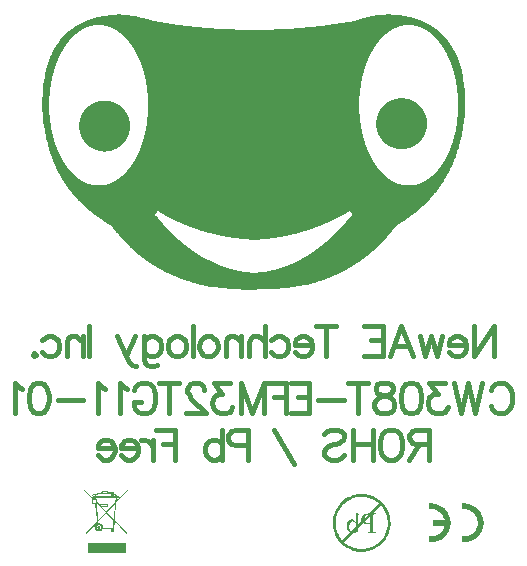
<source format=gbo>
G04*
G04 #@! TF.GenerationSoftware,Altium Limited,Altium Designer,18.1.7 (191)*
G04*
G04 Layer_Color=32896*
%FSLAX25Y25*%
%MOIN*%
G70*
G01*
G75*
%ADD44C,0.01500*%
G36*
X144562Y207793D02*
X148235D01*
Y207459D01*
X149905D01*
Y207126D01*
X151574D01*
Y206792D01*
X152576D01*
Y206458D01*
X153577D01*
Y206124D01*
X154579D01*
Y205790D01*
X155247D01*
Y205456D01*
X155915D01*
Y205122D01*
X156583D01*
Y204788D01*
X157250D01*
Y204454D01*
X157918D01*
Y204120D01*
X158252D01*
Y203787D01*
X158920D01*
Y203453D01*
X159254D01*
Y203119D01*
X159922D01*
Y202785D01*
X160256D01*
Y202451D01*
X160590D01*
Y202117D01*
X160923D01*
Y201783D01*
X161257D01*
Y201449D01*
X161591D01*
Y201115D01*
X161925D01*
Y200781D01*
X162259D01*
Y200448D01*
X162593D01*
Y200114D01*
X162927D01*
Y199780D01*
X163261D01*
Y199446D01*
X163595D01*
Y199112D01*
Y198778D01*
X163929D01*
Y198444D01*
X164262D01*
Y198110D01*
Y197776D01*
X164596D01*
Y197442D01*
X164930D01*
Y197108D01*
Y196774D01*
X165264D01*
Y196441D01*
Y196107D01*
X165598D01*
Y195773D01*
X165932D01*
Y195439D01*
Y195105D01*
X166266D01*
Y194771D01*
Y194437D01*
X166600D01*
Y194103D01*
Y193769D01*
X166934D01*
Y193435D01*
Y193102D01*
Y192768D01*
X167268D01*
Y192434D01*
Y192100D01*
Y191766D01*
X167602D01*
Y191432D01*
Y191098D01*
Y190764D01*
X167935D01*
Y190430D01*
Y190096D01*
Y189762D01*
X168269D01*
Y189429D01*
Y189095D01*
Y188761D01*
Y188427D01*
Y188093D01*
X168603D01*
Y187759D01*
Y187425D01*
Y187091D01*
Y186757D01*
Y186423D01*
Y186090D01*
Y185756D01*
Y185422D01*
X168937D01*
Y185088D01*
Y184754D01*
Y184420D01*
Y184086D01*
Y183752D01*
Y183418D01*
X169271D01*
Y183084D01*
Y182750D01*
Y182416D01*
Y182083D01*
Y181749D01*
Y181415D01*
Y181081D01*
Y180747D01*
Y180413D01*
Y180079D01*
Y179745D01*
Y179411D01*
Y179077D01*
Y178744D01*
Y178410D01*
Y178076D01*
Y177742D01*
Y177408D01*
Y177074D01*
Y176740D01*
Y176406D01*
Y176072D01*
Y175738D01*
Y175405D01*
Y175071D01*
Y174737D01*
Y174403D01*
Y174069D01*
Y173735D01*
Y173401D01*
X168937D01*
Y173067D01*
Y172733D01*
Y172399D01*
Y172065D01*
Y171731D01*
Y171398D01*
X168603D01*
Y171064D01*
Y170730D01*
Y170396D01*
Y170062D01*
Y169728D01*
Y169394D01*
Y169060D01*
X168269D01*
Y168726D01*
Y168392D01*
Y168059D01*
Y167725D01*
Y167391D01*
Y167057D01*
X167935D01*
Y166723D01*
Y166389D01*
Y166055D01*
X167602D01*
Y165721D01*
Y165387D01*
Y165053D01*
Y164719D01*
X167268D01*
Y164385D01*
Y164052D01*
Y163718D01*
Y163384D01*
Y163050D01*
X166934D01*
Y162716D01*
X166600D01*
Y162382D01*
Y162048D01*
Y161714D01*
Y161380D01*
X166266D01*
Y161047D01*
Y160713D01*
Y160379D01*
Y160045D01*
X165932D01*
Y159711D01*
X165598D01*
Y159377D01*
Y159043D01*
Y158709D01*
X165264D01*
Y158375D01*
Y158041D01*
Y157707D01*
X164930D01*
Y157373D01*
Y157040D01*
X164596D01*
Y156706D01*
X164262D01*
Y156372D01*
Y156038D01*
Y155704D01*
X163929D01*
Y155370D01*
Y155036D01*
X163595D01*
Y154702D01*
X163261D01*
Y154368D01*
Y154034D01*
X162927D01*
Y153700D01*
Y153367D01*
X162593D01*
Y153033D01*
X162259D01*
Y152699D01*
Y152365D01*
Y152031D01*
X161925D01*
Y151697D01*
X161591D01*
Y151363D01*
X161257D01*
Y151029D01*
Y150695D01*
X160923D01*
Y150361D01*
X160590D01*
Y150028D01*
Y149694D01*
X160256D01*
Y149360D01*
X159922D01*
Y149026D01*
Y148692D01*
X159588D01*
Y148358D01*
X158920D01*
Y148024D01*
Y147690D01*
X158586D01*
Y147356D01*
X158252D01*
Y147022D01*
X157918D01*
Y146688D01*
X157584D01*
Y146355D01*
Y146021D01*
X157250D01*
Y145687D01*
X156916D01*
Y145353D01*
X156583D01*
Y145019D01*
X156249D01*
Y144685D01*
X155915D01*
Y144351D01*
X155581D01*
Y144017D01*
X154913D01*
Y143683D01*
X154579D01*
Y143349D01*
X154245D01*
Y143016D01*
X153911D01*
Y142682D01*
X153577D01*
Y142348D01*
X153244D01*
Y142014D01*
X152910D01*
Y141680D01*
X152242D01*
Y141346D01*
X151908D01*
Y141012D01*
X151240D01*
Y140678D01*
X150906D01*
Y140344D01*
X150572D01*
Y140010D01*
X149905D01*
Y139676D01*
X149571D01*
Y139342D01*
X149237D01*
Y139009D01*
X148569D01*
Y138675D01*
X147901D01*
Y138341D01*
X147567D01*
Y138007D01*
X146899D01*
Y137673D01*
X146565D01*
Y137339D01*
X146231D01*
Y137005D01*
X145898D01*
Y136671D01*
X145564D01*
Y136337D01*
X145230D01*
Y136003D01*
X144896D01*
Y135670D01*
Y135336D01*
X144562D01*
Y135002D01*
X144228D01*
Y134668D01*
X143894D01*
Y134334D01*
X143560D01*
Y134000D01*
X143226D01*
Y133666D01*
Y133332D01*
X142892D01*
Y132998D01*
X142559D01*
Y132664D01*
X142225D01*
Y132331D01*
X141891D01*
Y131997D01*
X141557D01*
Y131663D01*
X141223D01*
Y131329D01*
X140889D01*
Y130995D01*
X140555D01*
Y130661D01*
X140221D01*
Y130327D01*
X139887D01*
Y129993D01*
X139553D01*
Y129659D01*
X139219D01*
Y129325D01*
X138885D01*
Y128991D01*
X138218D01*
Y128657D01*
X137884D01*
Y128324D01*
X137550D01*
Y127990D01*
X137216D01*
Y127656D01*
X136882D01*
Y127322D01*
X136214D01*
Y126988D01*
X135880D01*
Y126654D01*
X135547D01*
Y126320D01*
X134879D01*
Y125986D01*
X134545D01*
Y125652D01*
X134211D01*
Y125318D01*
X133543D01*
Y124985D01*
X132875D01*
Y124651D01*
X132541D01*
Y124317D01*
X131874D01*
Y123983D01*
X131540D01*
Y123649D01*
X130872D01*
Y123315D01*
X130204D01*
Y122981D01*
X129870D01*
Y122647D01*
X129202D01*
Y122313D01*
X128534D01*
Y121979D01*
X127867D01*
Y121645D01*
X127199D01*
Y121311D01*
X126531D01*
Y120978D01*
X125529D01*
Y120644D01*
X124861D01*
Y120310D01*
X124194D01*
Y119976D01*
X123192D01*
Y119642D01*
X122524D01*
Y119308D01*
X121522D01*
Y118974D01*
X120187D01*
Y118640D01*
X119519D01*
Y118306D01*
X118183D01*
Y117973D01*
X117182D01*
Y117639D01*
X114844D01*
Y117305D01*
X112841D01*
Y116971D01*
X110837D01*
Y116637D01*
X107498D01*
Y116303D01*
X99818D01*
Y115969D01*
X94476D01*
Y116303D01*
X89801D01*
Y116637D01*
X86796D01*
Y116971D01*
X83791D01*
Y117305D01*
X82455D01*
Y117639D01*
X80786D01*
Y117973D01*
X79784D01*
Y118306D01*
X78448D01*
Y118640D01*
X77781D01*
Y118974D01*
X76445D01*
Y119308D01*
X75443D01*
Y119642D01*
X74441D01*
Y119976D01*
X73774D01*
Y120310D01*
X73106D01*
Y120644D01*
X72104D01*
Y120978D01*
X71436D01*
Y121311D01*
X70768D01*
Y121645D01*
X69767D01*
Y121979D01*
X69099D01*
Y122313D01*
X68765D01*
Y122647D01*
X68097D01*
Y122981D01*
X67429D01*
Y123315D01*
X66762D01*
Y123649D01*
X66428D01*
Y123983D01*
X65760D01*
Y124317D01*
X65092D01*
Y124651D01*
X64758D01*
Y124985D01*
X64090D01*
Y125318D01*
X63756D01*
Y125652D01*
X63089D01*
Y125986D01*
X62755D01*
Y126320D01*
X62421D01*
Y126654D01*
X61753D01*
Y126988D01*
X61419D01*
Y127322D01*
X61085D01*
Y127656D01*
X60417D01*
Y127990D01*
X60084D01*
Y128324D01*
X59750D01*
Y128657D01*
X59416D01*
Y128991D01*
X59082D01*
Y129325D01*
X58748D01*
Y129659D01*
X58414D01*
Y129993D01*
X57746D01*
Y130327D01*
Y130661D01*
X57412D01*
Y130995D01*
X57078D01*
Y131329D01*
X56744D01*
Y131663D01*
X56410D01*
Y131997D01*
X56077D01*
Y132331D01*
X55743D01*
Y132664D01*
X55409D01*
Y132998D01*
X55075D01*
Y133332D01*
X54741D01*
Y133666D01*
X54407D01*
Y134000D01*
X54073D01*
Y134334D01*
Y134668D01*
X53739D01*
Y135002D01*
X53071D01*
Y135336D01*
Y135670D01*
X52737D01*
Y136003D01*
X52404D01*
Y136337D01*
X52070D01*
Y136671D01*
Y137005D01*
X51736D01*
Y137339D01*
X51402D01*
Y137673D01*
X50734D01*
Y138007D01*
X50066D01*
Y138341D01*
X49732D01*
Y138675D01*
X49065D01*
Y139009D01*
X48731D01*
Y139342D01*
X48397D01*
Y139676D01*
X47729D01*
Y140010D01*
X47395D01*
Y140344D01*
X46727D01*
Y140678D01*
X46393D01*
Y141012D01*
X45726D01*
Y141346D01*
X45392D01*
Y141680D01*
X45058D01*
Y142014D01*
X44724D01*
Y142348D01*
X44056D01*
Y142682D01*
X43722D01*
Y143016D01*
X43388D01*
Y143349D01*
X43054D01*
Y143683D01*
X42720D01*
Y144017D01*
X42386D01*
Y144351D01*
X42053D01*
Y144685D01*
X41719D01*
Y145019D01*
X41385D01*
Y145353D01*
X41051D01*
Y145687D01*
X40383D01*
Y146021D01*
Y146355D01*
X40049D01*
Y146688D01*
X39715D01*
Y147022D01*
X39381D01*
Y147356D01*
X39047D01*
Y147690D01*
X38713D01*
Y148024D01*
X38379D01*
Y148358D01*
Y148692D01*
X38046D01*
Y149026D01*
X37712D01*
Y149360D01*
X37378D01*
Y149694D01*
X37044D01*
Y150028D01*
Y150361D01*
X36710D01*
Y150695D01*
X36376D01*
Y151029D01*
Y151363D01*
X36042D01*
Y151697D01*
X35708D01*
Y152031D01*
Y152365D01*
X35374D01*
Y152699D01*
X35040D01*
Y153033D01*
Y153367D01*
X34707D01*
Y153700D01*
Y154034D01*
X34373D01*
Y154368D01*
Y154702D01*
X34039D01*
Y155036D01*
X33705D01*
Y155370D01*
Y155704D01*
X33371D01*
Y156038D01*
Y156372D01*
X33037D01*
Y156706D01*
Y157040D01*
Y157373D01*
X32703D01*
Y157707D01*
Y158041D01*
X32369D01*
Y158375D01*
Y158709D01*
X32035D01*
Y159043D01*
Y159377D01*
Y159711D01*
X31701D01*
Y160045D01*
Y160379D01*
Y160713D01*
X31367D01*
Y161047D01*
Y161380D01*
X31034D01*
Y161714D01*
Y162048D01*
Y162382D01*
X30700D01*
Y162716D01*
Y163050D01*
Y163384D01*
Y163718D01*
X30366D01*
Y164052D01*
Y164385D01*
Y164719D01*
Y165053D01*
Y165387D01*
X30032D01*
Y165721D01*
Y166055D01*
X29698D01*
Y166389D01*
Y166723D01*
Y167057D01*
Y167391D01*
Y167725D01*
Y168059D01*
X29364D01*
Y168392D01*
Y168726D01*
Y169060D01*
Y169394D01*
Y169728D01*
Y170062D01*
X29030D01*
Y170396D01*
Y170730D01*
Y171064D01*
Y171398D01*
X28696D01*
Y171731D01*
Y172065D01*
Y172399D01*
Y172733D01*
Y173067D01*
Y173401D01*
Y173735D01*
Y174069D01*
Y174403D01*
Y174737D01*
Y175071D01*
Y175405D01*
X28362D01*
Y175738D01*
Y176072D01*
Y176406D01*
Y176740D01*
Y177074D01*
Y177408D01*
Y177742D01*
Y178076D01*
Y178410D01*
Y178744D01*
Y179077D01*
Y179411D01*
Y179745D01*
Y180079D01*
Y180413D01*
X28696D01*
Y180747D01*
Y181081D01*
Y181415D01*
Y181749D01*
Y182083D01*
Y182416D01*
Y182750D01*
Y183084D01*
Y183418D01*
Y183752D01*
Y184086D01*
Y184420D01*
Y184754D01*
Y185088D01*
X29030D01*
Y185422D01*
Y185756D01*
Y186090D01*
Y186423D01*
X29364D01*
Y186757D01*
Y187091D01*
Y187425D01*
Y187759D01*
Y188093D01*
Y188427D01*
Y188761D01*
X29698D01*
Y189095D01*
Y189429D01*
Y189762D01*
Y190096D01*
X30032D01*
Y190430D01*
Y190764D01*
Y191098D01*
X30366D01*
Y191432D01*
Y191766D01*
Y192100D01*
X30700D01*
Y192434D01*
Y192768D01*
Y193102D01*
X31034D01*
Y193435D01*
Y193769D01*
Y194103D01*
X31367D01*
Y194437D01*
X31701D01*
Y194771D01*
Y195105D01*
Y195439D01*
X32035D01*
Y195773D01*
Y196107D01*
X32369D01*
Y196441D01*
Y196774D01*
X32703D01*
Y197108D01*
X33037D01*
Y197442D01*
Y197776D01*
X33371D01*
Y198110D01*
X33705D01*
Y198444D01*
X34039D01*
Y198778D01*
Y199112D01*
X34373D01*
Y199446D01*
Y199780D01*
X34707D01*
Y200114D01*
X35040D01*
Y200448D01*
X35374D01*
Y200781D01*
X35708D01*
Y201115D01*
X36042D01*
Y201449D01*
X36376D01*
Y201783D01*
X36710D01*
Y202117D01*
X37044D01*
Y202451D01*
X37712D01*
Y202785D01*
X38046D01*
Y203119D01*
X38713D01*
Y203453D01*
X39047D01*
Y203787D01*
X39381D01*
Y204120D01*
X40049D01*
Y204454D01*
X40717D01*
Y204788D01*
X41385D01*
Y205122D01*
X42053D01*
Y205456D01*
X42720D01*
Y205790D01*
X43388D01*
Y206124D01*
X44390D01*
Y206458D01*
X45392D01*
Y206792D01*
X46393D01*
Y207126D01*
X48063D01*
Y207459D01*
X50400D01*
Y207793D01*
X53405D01*
Y208127D01*
X54741D01*
Y207793D01*
X57746D01*
Y207459D01*
X60084D01*
Y207126D01*
X61085D01*
Y206792D01*
X62755D01*
Y206458D01*
X64090D01*
Y206124D01*
X65092D01*
Y205790D01*
X66762D01*
Y205456D01*
X68765D01*
Y205122D01*
X70768D01*
Y204788D01*
X72772D01*
Y204454D01*
X75443D01*
Y204120D01*
X78448D01*
Y203787D01*
X81787D01*
Y203453D01*
X85460D01*
Y203119D01*
X92472D01*
Y202785D01*
X105495D01*
Y203119D01*
X112173D01*
Y203453D01*
X115846D01*
Y203787D01*
X119519D01*
Y204120D01*
X122524D01*
Y204454D01*
X124528D01*
Y204788D01*
X126865D01*
Y205122D01*
X129202D01*
Y205456D01*
X131540D01*
Y205790D01*
X132875D01*
Y206124D01*
X133877D01*
Y206458D01*
X134879D01*
Y206792D01*
X136214D01*
Y207126D01*
X137550D01*
Y207459D01*
X139219D01*
Y207793D01*
X142892D01*
Y208127D01*
X144562D01*
Y207793D01*
D02*
G37*
G36*
X57000Y49210D02*
X53089Y45138D01*
X52974Y44027D01*
X52719Y41366D01*
X52534Y39445D01*
X56722Y35118D01*
X56445Y34840D01*
X52488Y38890D01*
X52256Y36414D01*
X52141D01*
Y35465D01*
X51261D01*
Y36414D01*
X48531D01*
X48438Y36229D01*
X48299Y36044D01*
X48114Y35835D01*
X47860Y35650D01*
X47559Y35558D01*
X47281Y35535D01*
X47003D01*
X46795Y35604D01*
X46541Y35697D01*
X46332Y35835D01*
X46170Y35997D01*
X46009Y36229D01*
X45893Y36483D01*
X45823Y36715D01*
X45800Y36923D01*
X45823Y37154D01*
X45870Y37339D01*
X45939Y37525D01*
X46032Y37710D01*
X46147Y37872D01*
X46309Y38034D01*
X46494Y38149D01*
X46656Y38219D01*
X46633Y38427D01*
X43162Y34840D01*
X42885Y35141D01*
X46587Y38982D01*
X46286Y42338D01*
X46078Y44767D01*
X44967D01*
Y46318D01*
X45268D01*
X42445Y49210D01*
X42746Y49488D01*
X45384Y46758D01*
Y46966D01*
X45337Y47012D01*
X45268Y47058D01*
X45199Y47128D01*
X45129Y47197D01*
X45083Y47313D01*
X45060Y47405D01*
X45037Y47521D01*
X45060Y47660D01*
X45106Y47752D01*
X45199Y47914D01*
X45314Y48007D01*
X45476Y48076D01*
X45638Y48100D01*
X45800Y48076D01*
X45939Y48030D01*
X46055Y47961D01*
X46101Y47891D01*
X46217Y47984D01*
X46379Y48100D01*
X46587Y48192D01*
X46888Y48308D01*
X47212Y48400D01*
X47536Y48470D01*
X47883Y48539D01*
X48160Y48562D01*
Y48910D01*
X50382D01*
Y48609D01*
X50567D01*
X50845Y48586D01*
X51146Y48539D01*
X51446Y48493D01*
Y48678D01*
X52395D01*
Y48238D01*
X52511Y48169D01*
X52673Y48100D01*
X52835Y48007D01*
X52974Y47914D01*
X53113Y47799D01*
X53205Y47706D01*
X53251Y47637D01*
X53298Y47544D01*
X53275Y47382D01*
X53830D01*
Y46665D01*
X53228D01*
X53136Y45762D01*
X56722Y49488D01*
X57000Y49210D01*
D02*
G37*
G36*
X56167Y31647D02*
Y31601D01*
Y31508D01*
Y31416D01*
Y31323D01*
Y31231D01*
Y31184D01*
Y31161D01*
Y30791D01*
Y30444D01*
Y30282D01*
Y30166D01*
Y30097D01*
Y30073D01*
Y29657D01*
Y29472D01*
Y29310D01*
Y29171D01*
Y29079D01*
Y29009D01*
Y28986D01*
Y28824D01*
Y28708D01*
Y28616D01*
Y28569D01*
Y28500D01*
X43509D01*
Y28523D01*
Y28569D01*
Y28754D01*
Y28916D01*
Y28963D01*
Y28986D01*
Y29356D01*
Y29703D01*
Y29865D01*
Y29981D01*
Y30050D01*
Y30073D01*
Y30490D01*
Y30675D01*
Y30837D01*
Y30976D01*
Y31069D01*
Y31138D01*
Y31161D01*
Y31323D01*
Y31462D01*
Y31554D01*
Y31601D01*
Y31647D01*
Y31670D01*
X56167D01*
Y31647D01*
D02*
G37*
G36*
X135568Y48061D02*
X136285Y47969D01*
X136956Y47830D01*
X137604Y47645D01*
X138206Y47437D01*
X138761Y47182D01*
X139294Y46928D01*
X139756Y46673D01*
X140196Y46395D01*
X140566Y46141D01*
X140890Y45910D01*
X141168Y45678D01*
X141399Y45493D01*
X141538Y45354D01*
X141654Y45262D01*
X141677Y45238D01*
X142163Y44683D01*
X142603Y44128D01*
X142996Y43549D01*
X143297Y42971D01*
X143574Y42392D01*
X143806Y41814D01*
X143991Y41282D01*
X144153Y40749D01*
X144269Y40263D01*
X144361Y39801D01*
X144407Y39407D01*
X144454Y39060D01*
X144477Y38782D01*
X144500Y38574D01*
Y38435D01*
Y38412D01*
Y38389D01*
X144477Y37648D01*
X144384Y36954D01*
X144246Y36260D01*
X144060Y35635D01*
X143852Y35034D01*
X143597Y34455D01*
X143343Y33946D01*
X143088Y33460D01*
X142834Y33044D01*
X142579Y32650D01*
X142325Y32326D01*
X142117Y32049D01*
X141931Y31840D01*
X141793Y31678D01*
X141700Y31563D01*
X141677Y31539D01*
X141145Y31054D01*
X140566Y30614D01*
X139988Y30221D01*
X139409Y29920D01*
X138831Y29642D01*
X138275Y29411D01*
X137720Y29226D01*
X137188Y29064D01*
X136702Y28948D01*
X136239Y28855D01*
X135846Y28809D01*
X135498Y28763D01*
X135221Y28740D01*
X135013Y28716D01*
X134827D01*
X134087Y28740D01*
X133393Y28832D01*
X132722Y28971D01*
X132074Y29156D01*
X131472Y29364D01*
X130917Y29619D01*
X130385Y29873D01*
X129922Y30128D01*
X129482Y30382D01*
X129112Y30637D01*
X128788Y30892D01*
X128510Y31100D01*
X128279Y31285D01*
X128140Y31424D01*
X128024Y31516D01*
X128001Y31539D01*
X127492Y32095D01*
X127052Y32650D01*
X126682Y33229D01*
X126358Y33807D01*
X126081Y34386D01*
X125849Y34964D01*
X125664Y35520D01*
X125502Y36029D01*
X125386Y36515D01*
X125294Y36977D01*
X125248Y37371D01*
X125201Y37718D01*
X125178Y37996D01*
X125155Y38204D01*
Y38343D01*
Y38389D01*
X125178Y39129D01*
X125271Y39824D01*
X125409Y40518D01*
X125595Y41143D01*
X125803Y41744D01*
X126057Y42323D01*
X126312Y42832D01*
X126567Y43318D01*
X126844Y43758D01*
X127099Y44128D01*
X127330Y44452D01*
X127561Y44729D01*
X127747Y44961D01*
X127885Y45100D01*
X127978Y45215D01*
X128001Y45238D01*
X128533Y45748D01*
X129112Y46187D01*
X129667Y46557D01*
X130269Y46881D01*
X130824Y47159D01*
X131403Y47390D01*
X131958Y47576D01*
X132467Y47738D01*
X132953Y47853D01*
X133416Y47946D01*
X133809Y47992D01*
X134156Y48038D01*
X134434Y48061D01*
X134642Y48085D01*
X134827D01*
X135568Y48061D01*
D02*
G37*
G36*
X169530Y44866D02*
X170016Y44820D01*
X170456Y44704D01*
X170895Y44588D01*
X171289Y44449D01*
X171682Y44287D01*
X172029Y44125D01*
X172330Y43940D01*
X172631Y43755D01*
X172885Y43593D01*
X173093Y43431D01*
X173279Y43292D01*
X173441Y43177D01*
X173533Y43084D01*
X173602Y43015D01*
X173626Y42992D01*
X173950Y42621D01*
X174250Y42251D01*
X174505Y41881D01*
X174713Y41487D01*
X174898Y41094D01*
X175037Y40724D01*
X175176Y40354D01*
X175269Y40006D01*
X175338Y39682D01*
X175407Y39382D01*
X175431Y39104D01*
X175477Y38873D01*
Y38688D01*
X175500Y38549D01*
Y38456D01*
Y38433D01*
X175477Y37947D01*
X175407Y37484D01*
X175315Y37021D01*
X175199Y36605D01*
X175060Y36188D01*
X174898Y35818D01*
X174736Y35471D01*
X174551Y35147D01*
X174389Y34869D01*
X174227Y34615D01*
X174065Y34407D01*
X173926Y34221D01*
X173788Y34060D01*
X173695Y33967D01*
X173649Y33898D01*
X173626Y33874D01*
X173255Y33550D01*
X172885Y33250D01*
X172492Y32995D01*
X172098Y32787D01*
X171728Y32602D01*
X171335Y32463D01*
X170965Y32324D01*
X170617Y32231D01*
X170293Y32162D01*
X169993Y32093D01*
X169715Y32069D01*
X169484Y32023D01*
X169299D01*
X169160Y32000D01*
X168813D01*
X168604Y32023D01*
X168396D01*
Y33967D01*
X168627Y33944D01*
X168836Y33921D01*
X169044D01*
X169391Y33944D01*
X169715Y33967D01*
X170039Y34036D01*
X170340Y34129D01*
X170872Y34337D01*
X171335Y34592D01*
X171543Y34707D01*
X171728Y34823D01*
X171867Y34939D01*
X172006Y35031D01*
X172098Y35124D01*
X172168Y35193D01*
X172214Y35217D01*
X172237Y35240D01*
X172469Y35494D01*
X172677Y35772D01*
X172839Y36026D01*
X173001Y36304D01*
X173117Y36582D01*
X173232Y36836D01*
X173394Y37345D01*
X173487Y37785D01*
X173510Y37970D01*
X173533Y38132D01*
X173556Y38248D01*
Y38340D01*
Y38410D01*
Y38433D01*
X173533Y38780D01*
X173510Y39104D01*
X173441Y39428D01*
X173348Y39729D01*
X173140Y40261D01*
X172885Y40724D01*
X172769Y40932D01*
X172654Y41117D01*
X172538Y41256D01*
X172445Y41395D01*
X172353Y41487D01*
X172283Y41557D01*
X172260Y41603D01*
X172237Y41626D01*
X171983Y41858D01*
X171728Y42066D01*
X171450Y42251D01*
X171173Y42413D01*
X170918Y42529D01*
X170641Y42644D01*
X170155Y42806D01*
X169715Y42899D01*
X169507Y42922D01*
X169368Y42945D01*
X169229Y42968D01*
X168813D01*
X168604Y42945D01*
X168442Y42922D01*
X168396D01*
Y44866D01*
X168604Y44889D01*
X169044D01*
X169530Y44866D01*
D02*
G37*
G36*
X158562D02*
X159047Y44820D01*
X159487Y44704D01*
X159927Y44588D01*
X160320Y44449D01*
X160714Y44287D01*
X161061Y44125D01*
X161362Y43940D01*
X161662Y43755D01*
X161917Y43593D01*
X162125Y43431D01*
X162310Y43292D01*
X162472Y43177D01*
X162565Y43084D01*
X162634Y43015D01*
X162657Y42992D01*
X162981Y42621D01*
X163282Y42251D01*
X163537Y41881D01*
X163745Y41487D01*
X163930Y41094D01*
X164069Y40724D01*
X164208Y40354D01*
X164300Y40006D01*
X164370Y39682D01*
X164439Y39382D01*
X164462Y39104D01*
X164508Y38873D01*
Y38688D01*
X164532Y38549D01*
Y38456D01*
Y38433D01*
X164508Y37947D01*
X164439Y37484D01*
X164347Y37021D01*
X164231Y36605D01*
X164092Y36188D01*
X163930Y35818D01*
X163768Y35471D01*
X163583Y35147D01*
X163421Y34869D01*
X163259Y34615D01*
X163097Y34407D01*
X162958Y34221D01*
X162819Y34060D01*
X162727Y33967D01*
X162680Y33898D01*
X162657Y33874D01*
X162287Y33550D01*
X161917Y33250D01*
X161523Y32995D01*
X161130Y32787D01*
X160760Y32602D01*
X160366Y32463D01*
X159996Y32324D01*
X159649Y32231D01*
X159325Y32162D01*
X159024Y32093D01*
X158747Y32069D01*
X158515Y32023D01*
X158330D01*
X158191Y32000D01*
X157844D01*
X157636Y32023D01*
X157428D01*
X157451Y33967D01*
X157659Y33944D01*
X157867Y33921D01*
X158076D01*
X158376Y33944D01*
X158654Y33967D01*
X159186Y34083D01*
X159672Y34245D01*
X160089Y34430D01*
X160436Y34592D01*
X160575Y34684D01*
X160690Y34754D01*
X160806Y34823D01*
X160875Y34869D01*
X160899Y34916D01*
X160922D01*
X161338Y35309D01*
X161685Y35749D01*
X161963Y36165D01*
X162171Y36582D01*
X162310Y36929D01*
X162380Y37091D01*
X162426Y37230D01*
X162449Y37322D01*
X162472Y37415D01*
X162495Y37461D01*
Y37484D01*
X158723D01*
Y39405D01*
X162495D01*
X162333Y39960D01*
X162102Y40469D01*
X161847Y40909D01*
X161593Y41279D01*
X161338Y41580D01*
X161130Y41788D01*
X160968Y41927D01*
X160945Y41973D01*
X160922D01*
X160690Y42158D01*
X160436Y42297D01*
X159950Y42552D01*
X159464Y42737D01*
X159024Y42853D01*
X158654Y42922D01*
X158492Y42945D01*
X158353D01*
X158238Y42968D01*
X157844D01*
X157636Y42945D01*
X157474Y42922D01*
X157428D01*
Y44866D01*
X157682Y44889D01*
X158076D01*
X158562Y44866D01*
D02*
G37*
%LPC*%
G36*
X152242Y204454D02*
X148569D01*
Y204120D01*
X147233D01*
Y203787D01*
X146565D01*
Y203453D01*
X145564D01*
Y203119D01*
X144896D01*
Y202785D01*
X144562D01*
Y202451D01*
X143894D01*
Y202117D01*
X143560D01*
Y201783D01*
X143226D01*
Y201449D01*
X142559D01*
Y201115D01*
X142225D01*
Y200781D01*
X141891D01*
Y200448D01*
X141557D01*
Y200114D01*
X141223D01*
Y199780D01*
X140889D01*
Y199446D01*
X140555D01*
Y199112D01*
Y198778D01*
X140221D01*
Y198444D01*
X139887D01*
Y198110D01*
X139553D01*
Y197776D01*
Y197442D01*
X139219D01*
Y197108D01*
X138885D01*
Y196774D01*
Y196441D01*
X138552D01*
Y196107D01*
Y195773D01*
X138218D01*
Y195439D01*
X137884D01*
Y195105D01*
Y194771D01*
X137550D01*
Y194437D01*
Y194103D01*
X137216D01*
Y193769D01*
Y193435D01*
X136882D01*
Y193102D01*
Y192768D01*
Y192434D01*
X136548D01*
Y192100D01*
Y191766D01*
X136214D01*
Y191432D01*
Y191098D01*
Y190764D01*
X135880D01*
Y190430D01*
Y190096D01*
Y189762D01*
X135547D01*
Y189429D01*
Y189095D01*
Y188761D01*
Y188427D01*
X135213D01*
Y188093D01*
Y187759D01*
Y187425D01*
X134879D01*
Y187091D01*
Y186757D01*
Y186423D01*
Y186090D01*
Y185756D01*
X134545D01*
Y185422D01*
Y185088D01*
Y184754D01*
Y184420D01*
Y184086D01*
Y183752D01*
Y183418D01*
X134211D01*
Y183084D01*
Y182750D01*
Y182416D01*
Y182083D01*
Y181749D01*
Y181415D01*
Y181081D01*
Y180747D01*
X133877D01*
Y180413D01*
Y180079D01*
Y179745D01*
Y179411D01*
Y179077D01*
Y178744D01*
Y178410D01*
Y178076D01*
Y177742D01*
Y177408D01*
Y177074D01*
Y176740D01*
Y176406D01*
Y176072D01*
Y175738D01*
Y175405D01*
Y175071D01*
Y174737D01*
X134211D01*
Y174403D01*
Y174069D01*
Y173735D01*
Y173401D01*
Y173067D01*
Y172733D01*
Y172399D01*
Y172065D01*
Y171731D01*
X134545D01*
Y171398D01*
Y171064D01*
Y170730D01*
Y170396D01*
Y170062D01*
Y169728D01*
X134879D01*
Y169394D01*
Y169060D01*
Y168726D01*
Y168392D01*
Y168059D01*
X135213D01*
Y167725D01*
Y167391D01*
Y167057D01*
Y166723D01*
X135547D01*
Y166389D01*
Y166055D01*
Y165721D01*
X135880D01*
Y165387D01*
Y165053D01*
Y164719D01*
Y164385D01*
X136214D01*
Y164052D01*
Y163718D01*
X136548D01*
Y163384D01*
Y163050D01*
Y162716D01*
X136882D01*
Y162382D01*
Y162048D01*
X137216D01*
Y161714D01*
Y161380D01*
X137550D01*
Y161047D01*
Y160713D01*
X137884D01*
Y160379D01*
Y160045D01*
X138218D01*
Y159711D01*
Y159377D01*
X138552D01*
Y159043D01*
Y158709D01*
X138885D01*
Y158375D01*
X139219D01*
Y158041D01*
Y157707D01*
X139553D01*
Y157373D01*
X139887D01*
Y157040D01*
Y156706D01*
X140221D01*
Y156372D01*
X140555D01*
Y156038D01*
X140889D01*
Y155704D01*
X141223D01*
Y155370D01*
X141557D01*
Y155036D01*
X141891D01*
Y154702D01*
X142225D01*
Y154368D01*
X142559D01*
Y154034D01*
X142892D01*
Y153700D01*
X143226D01*
Y153367D01*
X143560D01*
Y153033D01*
X144228D01*
Y152699D01*
X144562D01*
Y152365D01*
X145230D01*
Y152031D01*
X145898D01*
Y151697D01*
X146565D01*
Y151363D01*
X147901D01*
Y151029D01*
X153244D01*
Y151363D01*
X154245D01*
Y151697D01*
X154913D01*
Y152031D01*
X155581D01*
Y152365D01*
X156249D01*
Y152699D01*
X156583D01*
Y153033D01*
X157250D01*
Y153367D01*
X157584D01*
Y153700D01*
X157918D01*
Y154034D01*
X158586D01*
Y154368D01*
X158920D01*
Y154702D01*
X159254D01*
Y155036D01*
X159588D01*
Y155370D01*
X159922D01*
Y155704D01*
X160256D01*
Y156038D01*
Y156372D01*
X160590D01*
Y156706D01*
X160923D01*
Y157040D01*
X161257D01*
Y157373D01*
Y157707D01*
X161591D01*
Y158041D01*
X161925D01*
Y158375D01*
Y158709D01*
X162259D01*
Y159043D01*
X162593D01*
Y159377D01*
Y159711D01*
X162927D01*
Y160045D01*
Y160379D01*
X163261D01*
Y160713D01*
Y161047D01*
X163595D01*
Y161380D01*
Y161714D01*
X163929D01*
Y162048D01*
Y162382D01*
X164262D01*
Y162716D01*
Y163050D01*
Y163384D01*
X164596D01*
Y163718D01*
Y164052D01*
Y164385D01*
X164930D01*
Y164719D01*
Y165053D01*
X165264D01*
Y165387D01*
Y165721D01*
Y166055D01*
Y166389D01*
X165598D01*
Y166723D01*
Y167057D01*
Y167391D01*
Y167725D01*
X165932D01*
Y168059D01*
Y168392D01*
Y168726D01*
X166266D01*
Y169060D01*
Y169394D01*
Y169728D01*
Y170062D01*
Y170396D01*
Y170730D01*
X166600D01*
Y171064D01*
Y171398D01*
Y171731D01*
Y172065D01*
Y172399D01*
Y172733D01*
Y173067D01*
Y173401D01*
Y173735D01*
X166934D01*
Y174069D01*
Y174403D01*
Y174737D01*
Y175071D01*
Y175405D01*
Y175738D01*
Y176072D01*
Y176406D01*
Y176740D01*
Y177074D01*
Y177408D01*
Y177742D01*
Y178076D01*
Y178410D01*
Y178744D01*
Y179077D01*
Y179411D01*
Y179745D01*
Y180079D01*
Y180413D01*
Y180747D01*
Y181081D01*
Y181415D01*
Y181749D01*
X166600D01*
Y182083D01*
Y182416D01*
Y182750D01*
Y183084D01*
Y183418D01*
Y183752D01*
Y184086D01*
Y184420D01*
X166266D01*
Y184754D01*
Y185088D01*
Y185422D01*
Y185756D01*
Y186090D01*
Y186423D01*
X165932D01*
Y186757D01*
Y187091D01*
Y187425D01*
Y187759D01*
X165598D01*
Y188093D01*
Y188427D01*
Y188761D01*
Y189095D01*
X165264D01*
Y189429D01*
Y189762D01*
Y190096D01*
X164930D01*
Y190430D01*
Y190764D01*
Y191098D01*
X164596D01*
Y191432D01*
Y191766D01*
Y192100D01*
X164262D01*
Y192434D01*
Y192768D01*
X163929D01*
Y193102D01*
Y193435D01*
X163595D01*
Y193769D01*
Y194103D01*
X163261D01*
Y194437D01*
Y194771D01*
Y195105D01*
X162927D01*
Y195439D01*
X162593D01*
Y195773D01*
Y196107D01*
X162259D01*
Y196441D01*
Y196774D01*
X161925D01*
Y197108D01*
X161591D01*
Y197442D01*
Y197776D01*
X161257D01*
Y198110D01*
X160923D01*
Y198444D01*
X160590D01*
Y198778D01*
Y199112D01*
X160256D01*
Y199446D01*
X159922D01*
Y199780D01*
X159588D01*
Y200114D01*
X159254D01*
Y200448D01*
X158920D01*
Y200781D01*
X158586D01*
Y201115D01*
X158252D01*
Y201449D01*
X157918D01*
Y201783D01*
X157584D01*
Y202117D01*
X156916D01*
Y202451D01*
X156583D01*
Y202785D01*
X155915D01*
Y203119D01*
X155247D01*
Y203453D01*
X154579D01*
Y203787D01*
X153577D01*
Y204120D01*
X152242D01*
Y204454D01*
D02*
G37*
G36*
X49065D02*
X45392D01*
Y204120D01*
X44056D01*
Y203787D01*
X43054D01*
Y203453D01*
X42386D01*
Y203119D01*
X41719D01*
Y202785D01*
X41385D01*
Y202451D01*
X40717D01*
Y202117D01*
X40383D01*
Y201783D01*
X40049D01*
Y201449D01*
X39381D01*
Y201115D01*
X39047D01*
Y200781D01*
X38713D01*
Y200448D01*
X38379D01*
Y200114D01*
X38046D01*
Y199780D01*
X37712D01*
Y199446D01*
X37378D01*
Y199112D01*
Y198778D01*
X37044D01*
Y198444D01*
X36710D01*
Y198110D01*
X36376D01*
Y197776D01*
Y197442D01*
X36042D01*
Y197108D01*
X35708D01*
Y196774D01*
Y196441D01*
X35374D01*
Y196107D01*
Y195773D01*
X35040D01*
Y195439D01*
X34707D01*
Y195105D01*
Y194771D01*
X34373D01*
Y194437D01*
Y194103D01*
X34039D01*
Y193769D01*
Y193435D01*
X33705D01*
Y193102D01*
Y192768D01*
Y192434D01*
X33371D01*
Y192100D01*
Y191766D01*
X33037D01*
Y191432D01*
Y191098D01*
Y190764D01*
X32703D01*
Y190430D01*
Y190096D01*
Y189762D01*
X32369D01*
Y189429D01*
Y189095D01*
Y188761D01*
Y188427D01*
X32035D01*
Y188093D01*
Y187759D01*
Y187425D01*
X31701D01*
Y187091D01*
Y186757D01*
Y186423D01*
Y186090D01*
Y185756D01*
X31367D01*
Y185422D01*
Y185088D01*
Y184754D01*
Y184420D01*
Y184086D01*
Y183752D01*
X31034D01*
Y183418D01*
Y183084D01*
Y182750D01*
Y182416D01*
Y182083D01*
Y181749D01*
Y181415D01*
Y181081D01*
Y180747D01*
X30700D01*
Y180413D01*
Y180079D01*
Y179745D01*
Y179411D01*
Y179077D01*
Y178744D01*
Y178410D01*
Y178076D01*
Y177742D01*
Y177408D01*
Y177074D01*
Y176740D01*
Y176406D01*
Y176072D01*
Y175738D01*
Y175405D01*
Y175071D01*
Y174737D01*
Y174403D01*
X31034D01*
Y174069D01*
Y173735D01*
Y173401D01*
Y173067D01*
Y172733D01*
Y172399D01*
Y172065D01*
Y171731D01*
X31367D01*
Y171398D01*
Y171064D01*
Y170730D01*
Y170396D01*
Y170062D01*
Y169728D01*
Y169394D01*
X31701D01*
Y169060D01*
Y168726D01*
Y168392D01*
Y168059D01*
X32035D01*
Y167725D01*
Y167391D01*
Y167057D01*
Y166723D01*
X32369D01*
Y166389D01*
Y166055D01*
Y165721D01*
Y165387D01*
X32703D01*
Y165053D01*
Y164719D01*
Y164385D01*
X33037D01*
Y164052D01*
Y163718D01*
X33371D01*
Y163384D01*
Y163050D01*
Y162716D01*
X33705D01*
Y162382D01*
Y162048D01*
X34039D01*
Y161714D01*
Y161380D01*
X34373D01*
Y161047D01*
Y160713D01*
X34707D01*
Y160379D01*
Y160045D01*
X35040D01*
Y159711D01*
Y159377D01*
X35374D01*
Y159043D01*
Y158709D01*
X35708D01*
Y158375D01*
X36042D01*
Y158041D01*
Y157707D01*
X36376D01*
Y157373D01*
X36710D01*
Y157040D01*
Y156706D01*
X37044D01*
Y156372D01*
X37378D01*
Y156038D01*
X37712D01*
Y155704D01*
X38046D01*
Y155370D01*
X38379D01*
Y155036D01*
X38713D01*
Y154702D01*
X39047D01*
Y154368D01*
X39381D01*
Y154034D01*
X39715D01*
Y153700D01*
X40049D01*
Y153367D01*
X40383D01*
Y153033D01*
X41051D01*
Y152699D01*
X41385D01*
Y152365D01*
X42053D01*
Y152031D01*
X42720D01*
Y151697D01*
X43388D01*
Y151363D01*
X44724D01*
Y151029D01*
X50066D01*
Y151363D01*
X51068D01*
Y151697D01*
X51736D01*
Y152031D01*
X52404D01*
Y152365D01*
X53071D01*
Y152699D01*
X53405D01*
Y153033D01*
X54073D01*
Y153367D01*
X54407D01*
Y153700D01*
X54741D01*
Y154034D01*
X55409D01*
Y154368D01*
X55743D01*
Y154702D01*
X56077D01*
Y155036D01*
X56410D01*
Y155370D01*
X56744D01*
Y155704D01*
Y156038D01*
X57078D01*
Y156372D01*
X57412D01*
Y156706D01*
X57746D01*
Y157040D01*
X58080D01*
Y157373D01*
Y157707D01*
X58414D01*
Y158041D01*
X58748D01*
Y158375D01*
Y158709D01*
X59082D01*
Y159043D01*
X59416D01*
Y159377D01*
Y159711D01*
X59750D01*
Y160045D01*
Y160379D01*
X60084D01*
Y160713D01*
Y161047D01*
X60417D01*
Y161380D01*
Y161714D01*
X60751D01*
Y162048D01*
Y162382D01*
X61085D01*
Y162716D01*
Y163050D01*
Y163384D01*
X61419D01*
Y163718D01*
Y164052D01*
Y164385D01*
X61753D01*
Y164719D01*
Y165053D01*
Y165387D01*
X62087D01*
Y165721D01*
Y166055D01*
Y166389D01*
X62421D01*
Y166723D01*
Y167057D01*
Y167391D01*
Y167725D01*
X62755D01*
Y168059D01*
Y168392D01*
Y168726D01*
Y169060D01*
X63089D01*
Y169394D01*
Y169728D01*
Y170062D01*
Y170396D01*
Y170730D01*
X63423D01*
Y171064D01*
Y171398D01*
Y171731D01*
Y172065D01*
Y172399D01*
Y172733D01*
Y173067D01*
Y173401D01*
Y173735D01*
X63756D01*
Y174069D01*
Y174403D01*
Y174737D01*
Y175071D01*
Y175405D01*
Y175738D01*
Y176072D01*
Y176406D01*
Y176740D01*
Y177074D01*
Y177408D01*
Y177742D01*
Y178076D01*
Y178410D01*
Y178744D01*
Y179077D01*
Y179411D01*
Y179745D01*
Y180079D01*
Y180413D01*
Y180747D01*
Y181081D01*
Y181415D01*
Y181749D01*
X63423D01*
Y182083D01*
Y182416D01*
Y182750D01*
Y183084D01*
Y183418D01*
Y183752D01*
Y184086D01*
Y184420D01*
X63089D01*
Y184754D01*
Y185088D01*
Y185422D01*
Y185756D01*
Y186090D01*
Y186423D01*
X62755D01*
Y186757D01*
Y187091D01*
Y187425D01*
Y187759D01*
X62421D01*
Y188093D01*
Y188427D01*
Y188761D01*
Y189095D01*
X62087D01*
Y189429D01*
Y189762D01*
Y190096D01*
X61753D01*
Y190430D01*
Y190764D01*
Y191098D01*
X61419D01*
Y191432D01*
Y191766D01*
Y192100D01*
X61085D01*
Y192434D01*
Y192768D01*
X60751D01*
Y193102D01*
Y193435D01*
X60417D01*
Y193769D01*
Y194103D01*
X60084D01*
Y194437D01*
Y194771D01*
X59750D01*
Y195105D01*
Y195439D01*
X59416D01*
Y195773D01*
Y196107D01*
X59082D01*
Y196441D01*
Y196774D01*
X58748D01*
Y197108D01*
X58414D01*
Y197442D01*
Y197776D01*
X58080D01*
Y198110D01*
X57746D01*
Y198444D01*
X57412D01*
Y198778D01*
Y199112D01*
X57078D01*
Y199446D01*
X56744D01*
Y199780D01*
X56410D01*
Y200114D01*
X56077D01*
Y200448D01*
X55743D01*
Y200781D01*
X55409D01*
Y201115D01*
X55075D01*
Y201449D01*
X54741D01*
Y201783D01*
X54073D01*
Y202117D01*
X53739D01*
Y202451D01*
X53405D01*
Y202785D01*
X52737D01*
Y203119D01*
X52070D01*
Y203453D01*
X51402D01*
Y203787D01*
X50400D01*
Y204120D01*
X49065D01*
Y204454D01*
D02*
G37*
G36*
X130872Y142348D02*
X130538D01*
Y142014D01*
X129870D01*
Y141680D01*
X129536D01*
Y141346D01*
X128868D01*
Y141012D01*
X128200D01*
Y140678D01*
X127533D01*
Y140344D01*
X126865D01*
Y140010D01*
X126197D01*
Y139676D01*
X125529D01*
Y139342D01*
X124861D01*
Y139009D01*
X124194D01*
Y138675D01*
X123526D01*
Y138341D01*
X122524D01*
Y138007D01*
X121856D01*
Y137673D01*
X121188D01*
Y137339D01*
X120187D01*
Y137005D01*
X119185D01*
Y136671D01*
X118517D01*
Y136337D01*
X117516D01*
Y136003D01*
X116514D01*
Y135670D01*
X115178D01*
Y135336D01*
X114176D01*
Y135002D01*
X113175D01*
Y134668D01*
X111505D01*
Y134334D01*
X110169D01*
Y134000D01*
X108500D01*
Y133666D01*
X106497D01*
Y133332D01*
X104159D01*
Y132998D01*
X100820D01*
Y132664D01*
X97147D01*
Y132998D01*
X93808D01*
Y133332D01*
X91137D01*
Y133666D01*
X89133D01*
Y134000D01*
X87464D01*
Y134334D01*
X86128D01*
Y134668D01*
X84793D01*
Y135002D01*
X83457D01*
Y135336D01*
X82455D01*
Y135670D01*
X81120D01*
Y136003D01*
X80452D01*
Y136337D01*
X79450D01*
Y136671D01*
X78448D01*
Y137005D01*
X77447D01*
Y137339D01*
X76779D01*
Y137673D01*
X75777D01*
Y138007D01*
X75109D01*
Y138341D01*
X74441D01*
Y138675D01*
X73440D01*
Y139009D01*
X72772D01*
Y139342D01*
X72104D01*
Y139676D01*
X71436D01*
Y140010D01*
X70768D01*
Y140344D01*
X70101D01*
Y140678D01*
X69433D01*
Y141012D01*
X69099D01*
Y141346D01*
X68431D01*
Y141680D01*
X67763D01*
Y142014D01*
X67429D01*
Y142348D01*
X66762D01*
Y142014D01*
Y141680D01*
X66428D01*
Y141346D01*
X66094D01*
Y141012D01*
Y140678D01*
X66762D01*
Y140344D01*
X67096D01*
Y140010D01*
Y139676D01*
X67429D01*
Y139342D01*
X67763D01*
Y139009D01*
X68097D01*
Y138675D01*
X68431D01*
Y138341D01*
X68765D01*
Y138007D01*
Y137673D01*
X69099D01*
Y137339D01*
X69433D01*
Y137005D01*
X69767D01*
Y136671D01*
X70101D01*
Y136337D01*
X70435D01*
Y136003D01*
X70768D01*
Y135670D01*
X71102D01*
Y135336D01*
X71436D01*
Y135002D01*
X71770D01*
Y134668D01*
X72104D01*
Y134334D01*
X72438D01*
Y134000D01*
X72772D01*
Y133666D01*
X73106D01*
Y133332D01*
X73440D01*
Y132998D01*
X73774D01*
Y132664D01*
X74441D01*
Y132331D01*
X74775D01*
Y131997D01*
X75109D01*
Y131663D01*
X75443D01*
Y131329D01*
X75777D01*
Y130995D01*
X76445D01*
Y130661D01*
X76779D01*
Y130327D01*
X77113D01*
Y129993D01*
X77781D01*
Y129659D01*
X78114D01*
Y129325D01*
X78448D01*
Y128991D01*
X79116D01*
Y128657D01*
X79450D01*
Y128324D01*
X80118D01*
Y127990D01*
X80452D01*
Y127656D01*
X81120D01*
Y127322D01*
X81454D01*
Y126988D01*
X82121D01*
Y126654D01*
X82789D01*
Y126320D01*
X83457D01*
Y125986D01*
X84125D01*
Y125652D01*
X84793D01*
Y125318D01*
X85460D01*
Y124985D01*
X86128D01*
Y124651D01*
X86796D01*
Y124317D01*
X87464D01*
Y123983D01*
X88466D01*
Y123649D01*
X89467D01*
Y123315D01*
X90469D01*
Y122981D01*
X91805D01*
Y122647D01*
X93140D01*
Y122313D01*
X94810D01*
Y121979D01*
X97481D01*
Y121645D01*
X100152D01*
Y121979D01*
X103157D01*
Y122313D01*
X104493D01*
Y122647D01*
X106163D01*
Y122981D01*
X107164D01*
Y123315D01*
X108166D01*
Y123649D01*
X109168D01*
Y123983D01*
X110169D01*
Y124317D01*
X110837D01*
Y124651D01*
X111839D01*
Y124985D01*
X112507D01*
Y125318D01*
X113175D01*
Y125652D01*
X113842D01*
Y125986D01*
X114510D01*
Y126320D01*
X114844D01*
Y126654D01*
X115512D01*
Y126988D01*
X116180D01*
Y127322D01*
X116848D01*
Y127656D01*
X117182D01*
Y127990D01*
X117849D01*
Y128324D01*
X118183D01*
Y128657D01*
X118851D01*
Y128991D01*
X119185D01*
Y129325D01*
X119519D01*
Y129659D01*
X120187D01*
Y129993D01*
X120521D01*
Y130327D01*
X120855D01*
Y130661D01*
X121522D01*
Y130995D01*
X121856D01*
Y131329D01*
X122190D01*
Y131663D01*
X122524D01*
Y131997D01*
X123192D01*
Y132331D01*
X123526D01*
Y132664D01*
X123860D01*
Y132998D01*
X124194D01*
Y133332D01*
X124528D01*
Y133666D01*
X124861D01*
Y134000D01*
X125195D01*
Y134334D01*
X125529D01*
Y134668D01*
X125863D01*
Y135002D01*
X126197D01*
Y135336D01*
X126531D01*
Y135670D01*
X126865D01*
Y136003D01*
X127199D01*
Y136337D01*
X127533D01*
Y136671D01*
X127867D01*
Y137005D01*
X128200D01*
Y137339D01*
X128534D01*
Y137673D01*
X128868D01*
Y138007D01*
X129202D01*
Y138341D01*
X129536D01*
Y138675D01*
Y139009D01*
X129870D01*
Y139342D01*
X130204D01*
Y139676D01*
X130538D01*
Y140010D01*
X130872D01*
Y140344D01*
X131206D01*
Y140678D01*
X131540D01*
Y141012D01*
Y141346D01*
Y141680D01*
X131206D01*
Y142014D01*
X130872D01*
Y142348D01*
D02*
G37*
%LPD*%
G36*
X149237Y179745D02*
X150906D01*
Y179411D01*
X151574D01*
Y179077D01*
X152242D01*
Y178744D01*
X152910D01*
Y178410D01*
X153244D01*
Y178076D01*
X153577D01*
Y177742D01*
X153911D01*
Y177408D01*
X154245D01*
Y177074D01*
X154579D01*
Y176740D01*
X154913D01*
Y176406D01*
X155247D01*
Y176072D01*
Y175738D01*
X155581D01*
Y175405D01*
Y175071D01*
X155915D01*
Y174737D01*
Y174403D01*
X156249D01*
Y174069D01*
Y173735D01*
Y173401D01*
X156583D01*
Y173067D01*
Y172733D01*
Y172399D01*
Y172065D01*
Y171731D01*
Y171398D01*
Y171064D01*
Y170730D01*
Y170396D01*
Y170062D01*
Y169728D01*
X156249D01*
Y169394D01*
Y169060D01*
Y168726D01*
X155915D01*
Y168392D01*
Y168059D01*
Y167725D01*
X155581D01*
Y167391D01*
Y167057D01*
X155247D01*
Y166723D01*
X154913D01*
Y166389D01*
Y166055D01*
X154579D01*
Y165721D01*
X154245D01*
Y165387D01*
X153911D01*
Y165053D01*
X153577D01*
Y164719D01*
X152910D01*
Y164385D01*
X152576D01*
Y164052D01*
X151908D01*
Y163718D01*
X151240D01*
Y163384D01*
X149905D01*
Y163050D01*
X146231D01*
Y163384D01*
X145230D01*
Y163718D01*
X144228D01*
Y164052D01*
X143560D01*
Y164385D01*
X143226D01*
Y164719D01*
X142559D01*
Y165053D01*
X142225D01*
Y165387D01*
X141891D01*
Y165721D01*
X141557D01*
Y166055D01*
Y166389D01*
X141223D01*
Y166723D01*
X140889D01*
Y167057D01*
Y167391D01*
X140555D01*
Y167725D01*
X140221D01*
Y168059D01*
Y168392D01*
Y168726D01*
X139887D01*
Y169060D01*
Y169394D01*
Y169728D01*
Y170062D01*
X139553D01*
Y170396D01*
Y170730D01*
Y171064D01*
Y171398D01*
Y171731D01*
Y172065D01*
Y172399D01*
Y172733D01*
X139887D01*
Y173067D01*
Y173401D01*
Y173735D01*
Y174069D01*
X140221D01*
Y174403D01*
Y174737D01*
Y175071D01*
X140555D01*
Y175405D01*
Y175738D01*
X140889D01*
Y176072D01*
Y176406D01*
X141223D01*
Y176740D01*
X141557D01*
Y177074D01*
X141891D01*
Y177408D01*
X142225D01*
Y177742D01*
X142559D01*
Y178076D01*
X142892D01*
Y178410D01*
X143226D01*
Y178744D01*
X143894D01*
Y179077D01*
X144562D01*
Y179411D01*
X145564D01*
Y179745D01*
X146899D01*
Y180079D01*
X149237D01*
Y179745D01*
D02*
G37*
G36*
X51402Y178744D02*
X52404D01*
Y178410D01*
X53071D01*
Y178076D01*
X53739D01*
Y177742D01*
X54407D01*
Y177408D01*
X54741D01*
Y177074D01*
X55075D01*
Y176740D01*
X55409D01*
Y176406D01*
X55743D01*
Y176072D01*
X56077D01*
Y175738D01*
Y175405D01*
X56410D01*
Y175071D01*
X56744D01*
Y174737D01*
Y174403D01*
X57078D01*
Y174069D01*
Y173735D01*
X57412D01*
Y173401D01*
Y173067D01*
Y172733D01*
Y172399D01*
X57746D01*
Y172065D01*
Y171731D01*
Y171398D01*
Y171064D01*
Y170730D01*
Y170396D01*
Y170062D01*
Y169728D01*
Y169394D01*
Y169060D01*
X57412D01*
Y168726D01*
Y168392D01*
Y168059D01*
Y167725D01*
X57078D01*
Y167391D01*
Y167057D01*
X56744D01*
Y166723D01*
Y166389D01*
X56410D01*
Y166055D01*
Y165721D01*
X56077D01*
Y165387D01*
X55743D01*
Y165053D01*
X55409D01*
Y164719D01*
X55075D01*
Y164385D01*
X54741D01*
Y164052D01*
X54407D01*
Y163718D01*
X53739D01*
Y163384D01*
X53405D01*
Y163050D01*
X52404D01*
Y162716D01*
X51736D01*
Y162382D01*
X49732D01*
Y162048D01*
X48731D01*
Y162382D01*
X47061D01*
Y162716D01*
X46059D01*
Y163050D01*
X45392D01*
Y163384D01*
X44724D01*
Y163718D01*
X44056D01*
Y164052D01*
X43722D01*
Y164385D01*
X43388D01*
Y164719D01*
X43054D01*
Y165053D01*
X42720D01*
Y165387D01*
X42386D01*
Y165721D01*
Y166055D01*
X42053D01*
Y166389D01*
X41719D01*
Y166723D01*
Y167057D01*
X41385D01*
Y167391D01*
Y167725D01*
Y168059D01*
X41051D01*
Y168392D01*
Y168726D01*
Y169060D01*
Y169394D01*
X40717D01*
Y169728D01*
Y170062D01*
Y170396D01*
Y170730D01*
Y171064D01*
Y171398D01*
Y171731D01*
Y172065D01*
X41051D01*
Y172399D01*
Y172733D01*
Y173067D01*
Y173401D01*
X41385D01*
Y173735D01*
Y174069D01*
Y174403D01*
X41719D01*
Y174737D01*
Y175071D01*
X42053D01*
Y175405D01*
X42386D01*
Y175738D01*
Y176072D01*
X42720D01*
Y176406D01*
X43054D01*
Y176740D01*
X43388D01*
Y177074D01*
X43722D01*
Y177408D01*
X44390D01*
Y177742D01*
X44724D01*
Y178076D01*
X45392D01*
Y178410D01*
X46059D01*
Y178744D01*
X47061D01*
Y179077D01*
X51402D01*
Y178744D01*
D02*
G37*
%LPC*%
G36*
X49965Y48516D02*
X48554D01*
Y48285D01*
X49965D01*
Y48516D01*
D02*
G37*
G36*
X50382Y48192D02*
Y47891D01*
X48160D01*
Y48146D01*
X47698Y48076D01*
X47281Y47984D01*
X46934Y47891D01*
X46656Y47752D01*
X46448Y47637D01*
X46286Y47475D01*
Y47382D01*
X51446D01*
Y48053D01*
X51122Y48123D01*
X50775Y48169D01*
X50382Y48192D01*
D02*
G37*
G36*
X52002Y48285D02*
X51840D01*
Y47752D01*
X52002D01*
Y48285D01*
D02*
G37*
G36*
X52395Y47776D02*
Y47382D01*
X52881D01*
Y47452D01*
X52765Y47567D01*
X52627Y47660D01*
X52395Y47776D01*
D02*
G37*
G36*
X45684Y47706D02*
X45661D01*
X45546Y47683D01*
X45476Y47614D01*
X45453Y47521D01*
Y47498D01*
X45476Y47382D01*
X45546Y47336D01*
X45638Y47313D01*
X45661D01*
X45777Y47336D01*
X45823Y47405D01*
X45847Y47475D01*
Y47498D01*
X45823Y47614D01*
X45754Y47683D01*
X45684Y47706D01*
D02*
G37*
G36*
X46147Y45924D02*
X45384D01*
Y45161D01*
X46147D01*
Y45924D01*
D02*
G37*
G36*
X50035Y44189D02*
X47952D01*
Y44050D01*
X50035D01*
Y44189D01*
D02*
G37*
G36*
X52812Y46665D02*
X46332D01*
X46379Y46318D01*
X46541D01*
Y45577D01*
X47513Y44582D01*
X50428D01*
Y43657D01*
X48415D01*
X49757Y42268D01*
X52696Y45323D01*
X52812Y46665D01*
D02*
G37*
G36*
X52627Y44675D02*
X50035Y41991D01*
X52164Y39792D01*
X52627Y44675D01*
D02*
G37*
G36*
X46541Y44999D02*
Y44767D01*
X46494D01*
X46957Y39376D01*
X49479Y41991D01*
X47860Y43657D01*
X47513D01*
Y44004D01*
X46541Y44999D01*
D02*
G37*
G36*
X49757Y41690D02*
X47003Y38844D01*
X47050Y38335D01*
X47235Y38358D01*
X47443Y38335D01*
X47698Y38265D01*
X47952Y38149D01*
X48137Y38010D01*
X48299Y37849D01*
X48461Y37617D01*
X48577Y37339D01*
X48647Y37039D01*
X48623Y36830D01*
X51886D01*
X52118Y39260D01*
X49757Y41690D01*
D02*
G37*
G36*
X47351Y37640D02*
X47235D01*
X47003Y37617D01*
X46841Y37525D01*
X46703Y37432D01*
X46633Y37293D01*
X46587Y37178D01*
X46541Y37062D01*
Y36969D01*
Y36946D01*
X46564Y36715D01*
X46656Y36553D01*
X46749Y36414D01*
X46888Y36345D01*
X47003Y36298D01*
X47119Y36275D01*
X47212Y36252D01*
X47235D01*
X47466Y36275D01*
X47628Y36368D01*
X47767Y36483D01*
X47837Y36599D01*
X47883Y36738D01*
X47906Y36830D01*
X47929Y36923D01*
Y36946D01*
X47906Y37178D01*
X47813Y37339D01*
X47698Y37478D01*
X47582Y37548D01*
X47443Y37594D01*
X47351Y37640D01*
D02*
G37*
G36*
X51747Y36414D02*
X51655D01*
Y35859D01*
X51747D01*
Y36414D01*
D02*
G37*
%LPD*%
G36*
X47397Y37386D02*
X47513Y37339D01*
X47582Y37270D01*
X47628Y37178D01*
X47698Y37016D01*
Y36969D01*
Y36946D01*
X47675Y36784D01*
X47628Y36668D01*
X47559Y36599D01*
X47466Y36553D01*
X47304Y36483D01*
X47235D01*
X47073Y36506D01*
X46957Y36553D01*
X46888Y36622D01*
X46818Y36715D01*
X46772Y36877D01*
Y36923D01*
Y36946D01*
X46795Y37108D01*
X46841Y37224D01*
X46911Y37293D01*
X47003Y37363D01*
X47166Y37409D01*
X47235D01*
X47397Y37386D01*
D02*
G37*
%LPC*%
G36*
X47258Y37016D02*
X47189D01*
X47166Y36992D01*
Y36969D01*
Y36946D01*
Y36900D01*
X47189Y36877D01*
X47235D01*
X47281Y36900D01*
X47304Y36923D01*
Y36946D01*
X47281Y36992D01*
X47258Y37016D01*
D02*
G37*
G36*
X134990Y47113D02*
X134827D01*
X134156Y47090D01*
X133532Y46997D01*
X132907Y46881D01*
X132352Y46719D01*
X131796Y46511D01*
X131287Y46303D01*
X130824Y46071D01*
X130385Y45840D01*
X130014Y45586D01*
X129667Y45354D01*
X129366Y45146D01*
X129135Y44938D01*
X128927Y44776D01*
X128788Y44660D01*
X128695Y44567D01*
X128672Y44544D01*
X128233Y44058D01*
X127839Y43549D01*
X127492Y43040D01*
X127191Y42508D01*
X126960Y41999D01*
X126752Y41490D01*
X126590Y40981D01*
X126451Y40518D01*
X126335Y40078D01*
X126266Y39662D01*
X126196Y39315D01*
X126173Y38991D01*
X126150Y38736D01*
X126127Y38551D01*
Y38435D01*
Y38389D01*
X126150Y37718D01*
X126242Y37093D01*
X126358Y36492D01*
X126520Y35913D01*
X126705Y35358D01*
X126937Y34849D01*
X127168Y34386D01*
X127400Y33969D01*
X127631Y33576D01*
X127862Y33229D01*
X128071Y32928D01*
X128279Y32697D01*
X128340Y32618D01*
X131009Y35288D01*
X130870Y35381D01*
X130755Y35473D01*
X130662Y35543D01*
X130639Y35566D01*
X130385Y35844D01*
X130200Y36167D01*
X130061Y36468D01*
X129968Y36769D01*
X129922Y37024D01*
X129876Y37232D01*
Y37371D01*
Y37394D01*
Y37417D01*
X129899Y37764D01*
X129945Y38088D01*
X130037Y38343D01*
X130107Y38574D01*
X130200Y38759D01*
X130292Y38875D01*
X130338Y38967D01*
X130361Y38991D01*
X130547Y39176D01*
X130755Y39315D01*
X130940Y39430D01*
X131125Y39500D01*
X131287Y39546D01*
X131403Y39569D01*
X131518D01*
X131796Y39523D01*
X132051Y39430D01*
X132282Y39291D01*
X132467Y39129D01*
X132652Y38967D01*
X132768Y38829D01*
X132861Y38736D01*
X132884Y38690D01*
Y41814D01*
X133092D01*
X134388Y41282D01*
X134318Y41120D01*
X134180Y41166D01*
X134087Y41189D01*
X133994D01*
X133856Y41166D01*
X133833Y41143D01*
X133809D01*
X133763Y41073D01*
X133717Y41004D01*
X133694Y40934D01*
Y40911D01*
Y40819D01*
X133670Y40703D01*
Y40402D01*
Y40240D01*
Y40124D01*
Y40032D01*
Y40009D01*
Y37926D01*
X134804Y39083D01*
X134758Y39315D01*
X134712Y39523D01*
Y39615D01*
Y39662D01*
Y39708D01*
Y39731D01*
X134735Y39939D01*
X134758Y40124D01*
X134827Y40310D01*
X134874Y40448D01*
X134943Y40564D01*
X135013Y40657D01*
X135036Y40703D01*
X135059Y40726D01*
X135198Y40888D01*
X135337Y41004D01*
X135475Y41120D01*
X135614Y41189D01*
X135730Y41258D01*
X135799Y41305D01*
X135869Y41328D01*
X135892D01*
X136100Y41397D01*
X136308Y41443D01*
X136540Y41467D01*
X136748Y41490D01*
X136933Y41513D01*
X137234D01*
X140636Y44891D01*
X140983Y44544D01*
X141237Y44290D01*
X141122Y44429D01*
X141029Y44521D01*
X141006Y44544D01*
X140520Y45007D01*
X140011Y45400D01*
X139479Y45724D01*
X138946Y46025D01*
X138437Y46280D01*
X137928Y46488D01*
X137419Y46650D01*
X136956Y46789D01*
X136517Y46905D01*
X136100Y46974D01*
X135753Y47043D01*
X135429Y47067D01*
X135175Y47090D01*
X134990Y47113D01*
D02*
G37*
G36*
X136818Y41096D02*
X136679Y41050D01*
X136563Y41004D01*
X136470Y40957D01*
X136447Y40934D01*
X136239Y40772D01*
X136100Y40610D01*
X135985Y40472D01*
X135961Y40425D01*
Y40402D01*
X135892Y40286D01*
X135869Y40194D01*
X135846Y40148D01*
Y40124D01*
X136818Y41096D01*
D02*
G37*
G36*
X137766Y40657D02*
X135985Y38875D01*
X136031Y38782D01*
X136100Y38713D01*
X136123Y38690D01*
X136146Y38667D01*
X136285Y38528D01*
X136424Y38435D01*
X136563Y38366D01*
X136702Y38320D01*
X136818Y38296D01*
X136910Y38273D01*
X137095D01*
X137211Y38296D01*
X137327D01*
X137465Y38320D01*
X137604Y38343D01*
X137720Y38366D01*
X137766D01*
Y40657D01*
D02*
G37*
G36*
X131935Y38875D02*
X131889D01*
X131727Y38852D01*
X131565Y38805D01*
X131287Y38667D01*
X131194Y38574D01*
X131125Y38505D01*
X131079Y38458D01*
X131056Y38435D01*
X130940Y38250D01*
X130847Y38042D01*
X130778Y37834D01*
X130732Y37625D01*
X130709Y37440D01*
X130685Y37301D01*
Y37209D01*
Y37163D01*
X130709Y36839D01*
X130732Y36561D01*
X130801Y36329D01*
X130870Y36144D01*
X130940Y35982D01*
X130986Y35890D01*
X131033Y35820D01*
X131056Y35797D01*
X131125Y35682D01*
X131194Y35612D01*
X131264Y35566D01*
X131287Y35543D01*
X132884Y37139D01*
Y38389D01*
X132676Y38574D01*
X132537Y38690D01*
X132421Y38736D01*
X132398Y38759D01*
X132213Y38829D01*
X132051Y38852D01*
X131935Y38875D01*
D02*
G37*
G36*
X141237Y44290D02*
X141298Y44212D01*
X138599Y41513D01*
X139594D01*
Y41328D01*
X139340D01*
X139108Y41305D01*
X138946Y41235D01*
X138831Y41143D01*
X138808Y41120D01*
X138761Y41050D01*
X138715Y40957D01*
X138692Y40703D01*
X138669Y40587D01*
Y40472D01*
Y40402D01*
Y40379D01*
Y36237D01*
Y36052D01*
X138692Y35890D01*
Y35774D01*
X138715Y35682D01*
X138738Y35612D01*
Y35566D01*
X138761Y35543D01*
X138831Y35450D01*
X138923Y35404D01*
X139108Y35311D01*
X139270Y35288D01*
X139594D01*
Y35103D01*
X136841D01*
Y35288D01*
X137095D01*
X137327Y35311D01*
X137489Y35381D01*
X137581Y35450D01*
X137627Y35473D01*
X137674Y35543D01*
X137697Y35658D01*
X137743Y35913D01*
X137766Y36029D01*
Y36144D01*
Y36214D01*
Y36237D01*
Y38088D01*
X137535Y38042D01*
X137350Y38019D01*
X137234Y37996D01*
X137188D01*
X136979Y37973D01*
X136679D01*
X136401Y37996D01*
X136146Y38019D01*
X135938Y38088D01*
X135753Y38158D01*
X135591Y38204D01*
X135498Y38273D01*
X135429Y38296D01*
X135406Y38320D01*
X133670Y36561D01*
Y35520D01*
X133370Y35335D01*
X133115Y35219D01*
X132999Y35173D01*
X132930Y35126D01*
X132884Y35103D01*
X132861D01*
X132583Y35034D01*
X132352Y34987D01*
X132236Y34964D01*
X132074D01*
X129025Y31915D01*
X128672Y32234D01*
X129019Y31910D01*
X129025Y31915D01*
X129158Y31794D01*
X129667Y31401D01*
X130176Y31054D01*
X130709Y30753D01*
X131218Y30521D01*
X131727Y30313D01*
X132236Y30151D01*
X132699Y30012D01*
X133138Y29897D01*
X133555Y29827D01*
X133902Y29758D01*
X134226Y29735D01*
X134480Y29711D01*
X134666Y29688D01*
X134827D01*
X135498Y29711D01*
X136123Y29804D01*
X136748Y29920D01*
X137303Y30082D01*
X137859Y30290D01*
X138368Y30498D01*
X138831Y30730D01*
X139270Y30961D01*
X139664Y31192D01*
X140011Y31424D01*
X140288Y31655D01*
X140543Y31840D01*
X140751Y32002D01*
X140890Y32118D01*
X140983Y32211D01*
X141006Y32234D01*
X141446Y32720D01*
X141839Y33229D01*
X142186Y33738D01*
X142487Y34270D01*
X142718Y34779D01*
X142927Y35311D01*
X143088Y35797D01*
X143227Y36260D01*
X143343Y36700D01*
X143412Y37116D01*
X143482Y37463D01*
X143505Y37787D01*
X143528Y38042D01*
X143551Y38227D01*
Y38343D01*
Y38389D01*
X143528Y39060D01*
X143436Y39685D01*
X143320Y40310D01*
X143158Y40865D01*
X142950Y41420D01*
X142741Y41929D01*
X142510Y42392D01*
X142279Y42832D01*
X142047Y43202D01*
X141816Y43549D01*
X141584Y43850D01*
X141399Y44081D01*
X141298Y44212D01*
X141307Y44220D01*
X141237Y44290D01*
D02*
G37*
G36*
X128340Y32618D02*
X128325Y32604D01*
X128499Y32419D01*
X128557Y32349D01*
X128649Y32257D01*
X128672Y32234D01*
X128499Y32419D01*
X128441Y32488D01*
X128340Y32618D01*
D02*
G37*
%LPD*%
D44*
X179049Y103954D02*
Y93956D01*
Y103954D02*
X172384Y93956D01*
Y103954D02*
Y93956D01*
X169622Y97764D02*
X163909D01*
Y98717D01*
X164385Y99669D01*
X164862Y100145D01*
X165814Y100621D01*
X167242D01*
X168194Y100145D01*
X169146Y99193D01*
X169622Y97764D01*
Y96812D01*
X169146Y95384D01*
X168194Y94432D01*
X167242Y93956D01*
X165814D01*
X164862Y94432D01*
X163909Y95384D01*
X161767Y100621D02*
X159863Y93956D01*
X157958Y100621D02*
X159863Y93956D01*
X157958Y100621D02*
X156054Y93956D01*
X154149Y100621D02*
X156054Y93956D01*
X144199D02*
X148008Y103954D01*
X151817Y93956D01*
X150388Y97288D02*
X145627D01*
X135677Y103954D02*
X141866D01*
Y93956D01*
X135677D01*
X141866Y99193D02*
X138058D01*
X122823Y103954D02*
Y93956D01*
X126155Y103954D02*
X119490D01*
X118300Y97764D02*
X112587D01*
Y98717D01*
X113063Y99669D01*
X113539Y100145D01*
X114491Y100621D01*
X115920D01*
X116872Y100145D01*
X117824Y99193D01*
X118300Y97764D01*
Y96812D01*
X117824Y95384D01*
X116872Y94432D01*
X115920Y93956D01*
X114491D01*
X113539Y94432D01*
X112587Y95384D01*
X104732Y99193D02*
X105684Y100145D01*
X106636Y100621D01*
X108064D01*
X109016Y100145D01*
X109968Y99193D01*
X110445Y97764D01*
Y96812D01*
X109968Y95384D01*
X109016Y94432D01*
X108064Y93956D01*
X106636D01*
X105684Y94432D01*
X104732Y95384D01*
X102589Y103954D02*
Y93956D01*
Y98717D02*
X101161Y100145D01*
X100209Y100621D01*
X98780D01*
X97828Y100145D01*
X97352Y98717D01*
Y93956D01*
X94734Y100621D02*
Y93956D01*
Y98717D02*
X93305Y100145D01*
X92353Y100621D01*
X90925D01*
X89973Y100145D01*
X89497Y98717D01*
Y93956D01*
X84498Y100621D02*
X85450Y100145D01*
X86402Y99193D01*
X86878Y97764D01*
Y96812D01*
X86402Y95384D01*
X85450Y94432D01*
X84498Y93956D01*
X83069D01*
X82117Y94432D01*
X81165Y95384D01*
X80689Y96812D01*
Y97764D01*
X81165Y99193D01*
X82117Y100145D01*
X83069Y100621D01*
X84498D01*
X78499Y103954D02*
Y93956D01*
X74024Y100621D02*
X74976Y100145D01*
X75928Y99193D01*
X76404Y97764D01*
Y96812D01*
X75928Y95384D01*
X74976Y94432D01*
X74024Y93956D01*
X72596D01*
X71643Y94432D01*
X70691Y95384D01*
X70215Y96812D01*
Y97764D01*
X70691Y99193D01*
X71643Y100145D01*
X72596Y100621D01*
X74024D01*
X62312D02*
Y93004D01*
X62788Y91575D01*
X63264Y91099D01*
X64216Y90623D01*
X65645D01*
X66597Y91099D01*
X62312Y99193D02*
X63264Y100145D01*
X64216Y100621D01*
X65645D01*
X66597Y100145D01*
X67549Y99193D01*
X68025Y97764D01*
Y96812D01*
X67549Y95384D01*
X66597Y94432D01*
X65645Y93956D01*
X64216D01*
X63264Y94432D01*
X62312Y95384D01*
X59170Y100621D02*
X56313Y93956D01*
X53457Y100621D02*
X56313Y93956D01*
X57266Y92051D01*
X58218Y91099D01*
X59170Y90623D01*
X59646D01*
X43935Y103954D02*
Y93956D01*
X41840Y100621D02*
Y93956D01*
Y98717D02*
X40412Y100145D01*
X39460Y100621D01*
X38032D01*
X37079Y100145D01*
X36603Y98717D01*
Y93956D01*
X28272Y99193D02*
X29224Y100145D01*
X30176Y100621D01*
X31604D01*
X32557Y100145D01*
X33509Y99193D01*
X33985Y97764D01*
Y96812D01*
X33509Y95384D01*
X32557Y94432D01*
X31604Y93956D01*
X30176D01*
X29224Y94432D01*
X28272Y95384D01*
X25653Y94908D02*
X26129Y94432D01*
X25653Y93956D01*
X25177Y94432D01*
X25653Y94908D01*
X177859Y82643D02*
X178335Y83595D01*
X179287Y84548D01*
X180239Y85024D01*
X182143D01*
X183096Y84548D01*
X184048Y83595D01*
X184524Y82643D01*
X185000Y81215D01*
Y78834D01*
X184524Y77406D01*
X184048Y76454D01*
X183096Y75502D01*
X182143Y75026D01*
X180239D01*
X179287Y75502D01*
X178335Y76454D01*
X177859Y77406D01*
X175050Y85024D02*
X172669Y75026D01*
X170289Y85024D02*
X172669Y75026D01*
X170289Y85024D02*
X167908Y75026D01*
X165528Y85024D02*
X167908Y75026D01*
X162576Y85024D02*
X157339D01*
X160196Y81215D01*
X158767D01*
X157815Y80739D01*
X157339Y80263D01*
X156863Y78834D01*
Y77882D01*
X157339Y76454D01*
X158291Y75502D01*
X159720Y75026D01*
X161148D01*
X162576Y75502D01*
X163052Y75978D01*
X163528Y76930D01*
X151769Y85024D02*
X153197Y84548D01*
X154149Y83119D01*
X154626Y80739D01*
Y79311D01*
X154149Y76930D01*
X153197Y75502D01*
X151769Y75026D01*
X150817D01*
X149389Y75502D01*
X148436Y76930D01*
X147960Y79311D01*
Y80739D01*
X148436Y83119D01*
X149389Y84548D01*
X150817Y85024D01*
X151769D01*
X143342D02*
X144771Y84548D01*
X145247Y83595D01*
Y82643D01*
X144771Y81691D01*
X143818Y81215D01*
X141914Y80739D01*
X140486Y80263D01*
X139534Y79311D01*
X139058Y78358D01*
Y76930D01*
X139534Y75978D01*
X140010Y75502D01*
X141438Y75026D01*
X143342D01*
X144771Y75502D01*
X145247Y75978D01*
X145723Y76930D01*
Y78358D01*
X145247Y79311D01*
X144294Y80263D01*
X142866Y80739D01*
X140962Y81215D01*
X140010Y81691D01*
X139534Y82643D01*
Y83595D01*
X140010Y84548D01*
X141438Y85024D01*
X143342D01*
X133487D02*
Y75026D01*
X136820Y85024D02*
X130155D01*
X128964Y79311D02*
X120395D01*
X111254Y85024D02*
X117443D01*
Y75026D01*
X111254D01*
X117443Y80263D02*
X113634D01*
X109588Y85024D02*
Y75026D01*
Y85024D02*
X103399D01*
X109588Y80263D02*
X105779D01*
X102256Y85024D02*
Y75026D01*
Y85024D02*
X98447Y75026D01*
X94638Y85024D02*
X98447Y75026D01*
X94638Y85024D02*
Y75026D01*
X90830Y85024D02*
X85593D01*
X88449Y81215D01*
X87021D01*
X86069Y80739D01*
X85593Y80263D01*
X85117Y78834D01*
Y77882D01*
X85593Y76454D01*
X86545Y75502D01*
X87973Y75026D01*
X89401D01*
X90830Y75502D01*
X91306Y75978D01*
X91782Y76930D01*
X82403Y82643D02*
Y83119D01*
X81927Y84071D01*
X81451Y84548D01*
X80499Y85024D01*
X78594D01*
X77642Y84548D01*
X77166Y84071D01*
X76690Y83119D01*
Y82167D01*
X77166Y81215D01*
X78118Y79787D01*
X82879Y75026D01*
X76214D01*
X70644Y85024D02*
Y75026D01*
X73976Y85024D02*
X67311D01*
X58979Y82643D02*
X59456Y83595D01*
X60408Y84548D01*
X61360Y85024D01*
X63264D01*
X64216Y84548D01*
X65169Y83595D01*
X65645Y82643D01*
X66121Y81215D01*
Y78834D01*
X65645Y77406D01*
X65169Y76454D01*
X64216Y75502D01*
X63264Y75026D01*
X61360D01*
X60408Y75502D01*
X59456Y76454D01*
X58979Y77406D01*
Y78834D01*
X61360D02*
X58979D01*
X56694Y83119D02*
X55742Y83595D01*
X54314Y85024D01*
Y75026D01*
X49362Y83119D02*
X48410Y83595D01*
X46982Y85024D01*
Y75026D01*
X42031Y79311D02*
X33461D01*
X27653Y85024D02*
X29081Y84548D01*
X30033Y83119D01*
X30509Y80739D01*
Y79311D01*
X30033Y76930D01*
X29081Y75502D01*
X27653Y75026D01*
X26701D01*
X25272Y75502D01*
X24320Y76930D01*
X23844Y79311D01*
Y80739D01*
X24320Y83119D01*
X25272Y84548D01*
X26701Y85024D01*
X27653D01*
X21607Y83119D02*
X20654Y83595D01*
X19226Y85024D01*
Y75026D01*
X157339Y69426D02*
Y59428D01*
Y69426D02*
X153054D01*
X151626Y68950D01*
X151150Y68474D01*
X150674Y67522D01*
Y66570D01*
X151150Y65617D01*
X151626Y65141D01*
X153054Y64665D01*
X157339D01*
X154007D02*
X150674Y59428D01*
X145580Y69426D02*
X146532Y68950D01*
X147484Y67998D01*
X147960Y67046D01*
X148436Y65617D01*
Y63237D01*
X147960Y61809D01*
X147484Y60856D01*
X146532Y59904D01*
X145580Y59428D01*
X143675D01*
X142723Y59904D01*
X141771Y60856D01*
X141295Y61809D01*
X140819Y63237D01*
Y65617D01*
X141295Y67046D01*
X141771Y67998D01*
X142723Y68950D01*
X143675Y69426D01*
X145580D01*
X138486D02*
Y59428D01*
X131821Y69426D02*
Y59428D01*
X138486Y64665D02*
X131821D01*
X122394Y67998D02*
X123347Y68950D01*
X124775Y69426D01*
X126679D01*
X128107Y68950D01*
X129060Y67998D01*
Y67046D01*
X128584Y66093D01*
X128107Y65617D01*
X127155Y65141D01*
X124299Y64189D01*
X123347Y63713D01*
X122871Y63237D01*
X122394Y62285D01*
Y60856D01*
X123347Y59904D01*
X124775Y59428D01*
X126679D01*
X128107Y59904D01*
X129060Y60856D01*
X112301Y58000D02*
X105636Y69426D01*
X97114Y64189D02*
X92829D01*
X91401Y64665D01*
X90925Y65141D01*
X90449Y66093D01*
Y67522D01*
X90925Y68474D01*
X91401Y68950D01*
X92829Y69426D01*
X97114D01*
Y59428D01*
X88211Y69426D02*
Y59428D01*
Y64665D02*
X87259Y65617D01*
X86307Y66093D01*
X84879D01*
X83926Y65617D01*
X82974Y64665D01*
X82498Y63237D01*
Y62285D01*
X82974Y60856D01*
X83926Y59904D01*
X84879Y59428D01*
X86307D01*
X87259Y59904D01*
X88211Y60856D01*
X72500Y69426D02*
Y59428D01*
Y69426D02*
X66311D01*
X72500Y64665D02*
X68692D01*
X65169Y66093D02*
Y59428D01*
Y63237D02*
X64692Y64665D01*
X63740Y65617D01*
X62788Y66093D01*
X61360D01*
X60455Y63237D02*
X54742D01*
Y64189D01*
X55218Y65141D01*
X55694Y65617D01*
X56647Y66093D01*
X58075D01*
X59027Y65617D01*
X59979Y64665D01*
X60455Y63237D01*
Y62285D01*
X59979Y60856D01*
X59027Y59904D01*
X58075Y59428D01*
X56647D01*
X55694Y59904D01*
X54742Y60856D01*
X52600Y63237D02*
X46887D01*
Y64189D01*
X47363Y65141D01*
X47839Y65617D01*
X48791Y66093D01*
X50219D01*
X51172Y65617D01*
X52124Y64665D01*
X52600Y63237D01*
Y62285D01*
X52124Y60856D01*
X51172Y59904D01*
X50219Y59428D01*
X48791D01*
X47839Y59904D01*
X46887Y60856D01*
M02*

</source>
